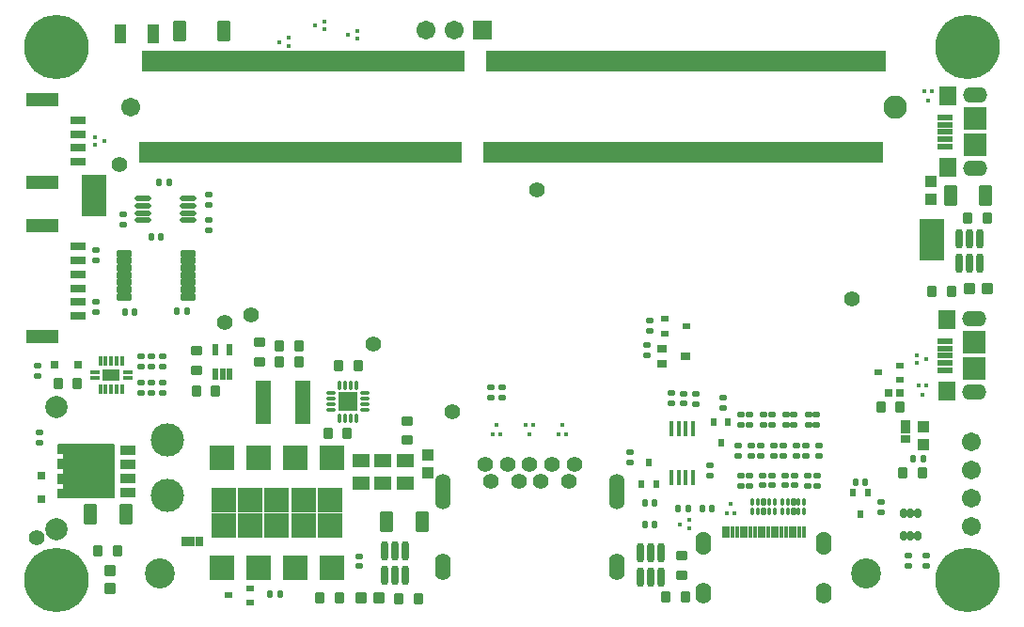
<source format=gts>
G04*
G04 #@! TF.GenerationSoftware,Altium Limited,Altium Designer,20.1.11 (218)*
G04*
G04 Layer_Color=8388736*
%FSLAX44Y44*%
%MOMM*%
G71*
G04*
G04 #@! TF.SameCoordinates,4E8BECB8-10D7-4487-B94D-AC5258AA6689*
G04*
G04*
G04 #@! TF.FilePolarity,Negative*
G04*
G01*
G75*
%ADD55R,0.4500X1.4500*%
%ADD63R,0.5032X1.9532*%
%ADD64R,2.2032X3.7032*%
%ADD65R,0.7500X0.9000*%
%ADD66R,1.1500X0.9000*%
%ADD67R,0.9000X1.1500*%
%ADD68R,0.9000X0.7500*%
%ADD69R,1.4532X0.8032*%
%ADD70R,2.9032X1.2032*%
G04:AMPARAMS|DCode=71|XSize=1.2032mm|YSize=1.9032mm|CornerRadius=0.1516mm|HoleSize=0mm|Usage=FLASHONLY|Rotation=0.000|XOffset=0mm|YOffset=0mm|HoleType=Round|Shape=RoundedRectangle|*
%AMROUNDEDRECTD71*
21,1,1.2032,1.6000,0,0,0.0*
21,1,0.9000,1.9032,0,0,0.0*
1,1,0.3032,0.4500,-0.8000*
1,1,0.3032,-0.4500,-0.8000*
1,1,0.3032,-0.4500,0.8000*
1,1,0.3032,0.4500,0.8000*
%
%ADD71ROUNDEDRECTD71*%
%ADD72R,1.4032X0.8532*%
%ADD73R,0.7932X0.6532*%
%ADD74R,0.5532X1.0532*%
G04:AMPARAMS|DCode=75|XSize=0.6032mm|YSize=1.4032mm|CornerRadius=0.1516mm|HoleSize=0mm|Usage=FLASHONLY|Rotation=270.000|XOffset=0mm|YOffset=0mm|HoleType=Round|Shape=RoundedRectangle|*
%AMROUNDEDRECTD75*
21,1,0.6032,1.1000,0,0,270.0*
21,1,0.3000,1.4032,0,0,270.0*
1,1,0.3032,-0.5500,-0.1500*
1,1,0.3032,-0.5500,0.1500*
1,1,0.3032,0.5500,0.1500*
1,1,0.3032,0.5500,-0.1500*
%
%ADD75ROUNDEDRECTD75*%
%ADD76O,0.4000X0.9000*%
%ADD77O,0.9000X0.4000*%
%ADD78R,1.6000X1.1000*%
G04:AMPARAMS|DCode=79|XSize=0.6032mm|YSize=0.8532mm|CornerRadius=0.1516mm|HoleSize=0mm|Usage=FLASHONLY|Rotation=0.000|XOffset=0mm|YOffset=0mm|HoleType=Round|Shape=RoundedRectangle|*
%AMROUNDEDRECTD79*
21,1,0.6032,0.5500,0,0,0.0*
21,1,0.3000,0.8532,0,0,0.0*
1,1,0.3032,0.1500,-0.2750*
1,1,0.3032,-0.1500,-0.2750*
1,1,0.3032,-0.1500,0.2750*
1,1,0.3032,0.1500,0.2750*
%
%ADD79ROUNDEDRECTD79*%
%ADD80R,0.3300X1.1000*%
%ADD81R,1.0032X1.1032*%
%ADD82R,1.0400X1.7400*%
G04:AMPARAMS|DCode=83|XSize=0.32mm|YSize=0.685mm|CornerRadius=0.11mm|HoleSize=0mm|Usage=FLASHONLY|Rotation=180.000|XOffset=0mm|YOffset=0mm|HoleType=Round|Shape=RoundedRectangle|*
%AMROUNDEDRECTD83*
21,1,0.3200,0.4650,0,0,180.0*
21,1,0.1000,0.6850,0,0,180.0*
1,1,0.2200,-0.0500,0.2325*
1,1,0.2200,0.0500,0.2325*
1,1,0.2200,0.0500,-0.2325*
1,1,0.2200,-0.0500,-0.2325*
%
%ADD83ROUNDEDRECTD83*%
G04:AMPARAMS|DCode=84|XSize=0.52mm|YSize=0.685mm|CornerRadius=0.11mm|HoleSize=0mm|Usage=FLASHONLY|Rotation=180.000|XOffset=0mm|YOffset=0mm|HoleType=Round|Shape=RoundedRectangle|*
%AMROUNDEDRECTD84*
21,1,0.5200,0.4650,0,0,180.0*
21,1,0.3000,0.6850,0,0,180.0*
1,1,0.2200,-0.1500,0.2325*
1,1,0.2200,0.1500,0.2325*
1,1,0.2200,0.1500,-0.2325*
1,1,0.2200,-0.1500,-0.2325*
%
%ADD84ROUNDEDRECTD84*%
%ADD85R,1.5032X1.2032*%
G04:AMPARAMS|DCode=86|XSize=0.64mm|YSize=0.54mm|CornerRadius=0.09mm|HoleSize=0mm|Usage=FLASHONLY|Rotation=270.000|XOffset=0mm|YOffset=0mm|HoleType=Round|Shape=RoundedRectangle|*
%AMROUNDEDRECTD86*
21,1,0.6400,0.3600,0,0,270.0*
21,1,0.4600,0.5400,0,0,270.0*
1,1,0.1800,-0.1800,-0.2300*
1,1,0.1800,-0.1800,0.2300*
1,1,0.1800,0.1800,0.2300*
1,1,0.1800,0.1800,-0.2300*
%
%ADD86ROUNDEDRECTD86*%
G04:AMPARAMS|DCode=87|XSize=0.64mm|YSize=0.54mm|CornerRadius=0.09mm|HoleSize=0mm|Usage=FLASHONLY|Rotation=0.000|XOffset=0mm|YOffset=0mm|HoleType=Round|Shape=RoundedRectangle|*
%AMROUNDEDRECTD87*
21,1,0.6400,0.3600,0,0,0.0*
21,1,0.4600,0.5400,0,0,0.0*
1,1,0.1800,0.2300,-0.1800*
1,1,0.1800,-0.2300,-0.1800*
1,1,0.1800,-0.2300,0.1800*
1,1,0.1800,0.2300,0.1800*
%
%ADD87ROUNDEDRECTD87*%
%ADD88R,2.2032X2.2032*%
%ADD89R,0.7032X0.6032*%
%ADD90R,0.6032X0.7032*%
%ADD91R,1.6032X1.8032*%
%ADD92R,2.1032X2.1032*%
%ADD93R,1.4500X0.5000*%
%ADD94R,0.9032X0.7032*%
%ADD95R,1.4500X3.9500*%
G04:AMPARAMS|DCode=96|XSize=0.96mm|YSize=0.86mm|CornerRadius=0.115mm|HoleSize=0mm|Usage=FLASHONLY|Rotation=0.000|XOffset=0mm|YOffset=0mm|HoleType=Round|Shape=RoundedRectangle|*
%AMROUNDEDRECTD96*
21,1,0.9600,0.6300,0,0,0.0*
21,1,0.7300,0.8600,0,0,0.0*
1,1,0.2300,0.3650,-0.3150*
1,1,0.2300,-0.3650,-0.3150*
1,1,0.2300,-0.3650,0.3150*
1,1,0.2300,0.3650,0.3150*
%
%ADD96ROUNDEDRECTD96*%
G04:AMPARAMS|DCode=97|XSize=0.96mm|YSize=0.86mm|CornerRadius=0.115mm|HoleSize=0mm|Usage=FLASHONLY|Rotation=90.000|XOffset=0mm|YOffset=0mm|HoleType=Round|Shape=RoundedRectangle|*
%AMROUNDEDRECTD97*
21,1,0.9600,0.6300,0,0,90.0*
21,1,0.7300,0.8600,0,0,90.0*
1,1,0.2300,0.3150,0.3650*
1,1,0.2300,0.3150,-0.3650*
1,1,0.2300,-0.3150,-0.3650*
1,1,0.2300,-0.3150,0.3650*
%
%ADD97ROUNDEDRECTD97*%
%ADD98O,0.7032X1.8032*%
G04:AMPARAMS|DCode=99|XSize=0.4mm|YSize=0.4mm|CornerRadius=0.08mm|HoleSize=0mm|Usage=FLASHONLY|Rotation=180.000|XOffset=0mm|YOffset=0mm|HoleType=Round|Shape=RoundedRectangle|*
%AMROUNDEDRECTD99*
21,1,0.4000,0.2400,0,0,180.0*
21,1,0.2400,0.4000,0,0,180.0*
1,1,0.1600,-0.1200,0.1200*
1,1,0.1600,0.1200,0.1200*
1,1,0.1600,0.1200,-0.1200*
1,1,0.1600,-0.1200,-0.1200*
%
%ADD99ROUNDEDRECTD99*%
G04:AMPARAMS|DCode=100|XSize=0.4mm|YSize=0.4mm|CornerRadius=0.08mm|HoleSize=0mm|Usage=FLASHONLY|Rotation=270.000|XOffset=0mm|YOffset=0mm|HoleType=Round|Shape=RoundedRectangle|*
%AMROUNDEDRECTD100*
21,1,0.4000,0.2400,0,0,270.0*
21,1,0.2400,0.4000,0,0,270.0*
1,1,0.1600,-0.1200,-0.1200*
1,1,0.1600,-0.1200,0.1200*
1,1,0.1600,0.1200,0.1200*
1,1,0.1600,0.1200,-0.1200*
%
%ADD100ROUNDEDRECTD100*%
G04:AMPARAMS|DCode=101|XSize=0.62mm|YSize=0.52mm|CornerRadius=0.08mm|HoleSize=0mm|Usage=FLASHONLY|Rotation=0.000|XOffset=0mm|YOffset=0mm|HoleType=Round|Shape=RoundedRectangle|*
%AMROUNDEDRECTD101*
21,1,0.6200,0.3600,0,0,0.0*
21,1,0.4600,0.5200,0,0,0.0*
1,1,0.1600,0.2300,-0.1800*
1,1,0.1600,-0.2300,-0.1800*
1,1,0.1600,-0.2300,0.1800*
1,1,0.1600,0.2300,0.1800*
%
%ADD101ROUNDEDRECTD101*%
%ADD102O,0.3600X0.8600*%
%ADD103O,0.8600X0.3600*%
G04:AMPARAMS|DCode=104|XSize=1.76mm|YSize=1.76mm|CornerRadius=0.115mm|HoleSize=0mm|Usage=FLASHONLY|Rotation=270.000|XOffset=0mm|YOffset=0mm|HoleType=Round|Shape=RoundedRectangle|*
%AMROUNDEDRECTD104*
21,1,1.7600,1.5300,0,0,270.0*
21,1,1.5300,1.7600,0,0,270.0*
1,1,0.2300,-0.7650,-0.7650*
1,1,0.2300,-0.7650,0.7650*
1,1,0.2300,0.7650,0.7650*
1,1,0.2300,0.7650,-0.7650*
%
%ADD104ROUNDEDRECTD104*%
G04:AMPARAMS|DCode=105|XSize=1.0032mm|YSize=0.9032mm|CornerRadius=0.1366mm|HoleSize=0mm|Usage=FLASHONLY|Rotation=270.000|XOffset=0mm|YOffset=0mm|HoleType=Round|Shape=RoundedRectangle|*
%AMROUNDEDRECTD105*
21,1,1.0032,0.6300,0,0,270.0*
21,1,0.7300,0.9032,0,0,270.0*
1,1,0.2732,-0.3150,-0.3650*
1,1,0.2732,-0.3150,0.3650*
1,1,0.2732,0.3150,0.3650*
1,1,0.2732,0.3150,-0.3650*
%
%ADD105ROUNDEDRECTD105*%
G04:AMPARAMS|DCode=106|XSize=1.0032mm|YSize=1.0032mm|CornerRadius=0.1416mm|HoleSize=0mm|Usage=FLASHONLY|Rotation=0.000|XOffset=0mm|YOffset=0mm|HoleType=Round|Shape=RoundedRectangle|*
%AMROUNDEDRECTD106*
21,1,1.0032,0.7200,0,0,0.0*
21,1,0.7200,1.0032,0,0,0.0*
1,1,0.2832,0.3600,-0.3600*
1,1,0.2832,-0.3600,-0.3600*
1,1,0.2832,-0.3600,0.3600*
1,1,0.2832,0.3600,0.3600*
%
%ADD106ROUNDEDRECTD106*%
G04:AMPARAMS|DCode=107|XSize=1.0032mm|YSize=1.0032mm|CornerRadius=0.1416mm|HoleSize=0mm|Usage=FLASHONLY|Rotation=90.000|XOffset=0mm|YOffset=0mm|HoleType=Round|Shape=RoundedRectangle|*
%AMROUNDEDRECTD107*
21,1,1.0032,0.7200,0,0,90.0*
21,1,0.7200,1.0032,0,0,90.0*
1,1,0.2832,0.3600,0.3600*
1,1,0.2832,0.3600,-0.3600*
1,1,0.2832,-0.3600,-0.3600*
1,1,0.2832,-0.3600,0.3600*
%
%ADD107ROUNDEDRECTD107*%
G04:AMPARAMS|DCode=108|XSize=1.0032mm|YSize=0.9032mm|CornerRadius=0.1366mm|HoleSize=0mm|Usage=FLASHONLY|Rotation=0.000|XOffset=0mm|YOffset=0mm|HoleType=Round|Shape=RoundedRectangle|*
%AMROUNDEDRECTD108*
21,1,1.0032,0.6300,0,0,0.0*
21,1,0.7300,0.9032,0,0,0.0*
1,1,0.2732,0.3650,-0.3150*
1,1,0.2732,-0.3650,-0.3150*
1,1,0.2732,-0.3650,0.3150*
1,1,0.2732,0.3650,0.3150*
%
%ADD108ROUNDEDRECTD108*%
%ADD109R,0.6532X0.8032*%
%ADD110O,1.5000X0.5500*%
%ADD111R,0.8032X0.7032*%
%ADD112C,2.1032*%
%ADD113C,1.7032*%
%ADD114O,1.4032X2.1032*%
%ADD115O,1.4032X1.9032*%
%ADD116R,1.7032X1.7032*%
%ADD117O,2.2032X1.4032*%
%ADD118C,1.4032*%
%ADD119C,3.0032*%
%ADD120C,2.0032*%
%ADD121O,1.4032X3.2032*%
%ADD122O,1.4032X2.4032*%
%ADD123C,2.7032*%
%ADD124C,5.8000*%
G36*
X81633Y152259D02*
X81764Y152233D01*
X81890Y152190D01*
X82009Y152131D01*
X82120Y152057D01*
X82220Y151969D01*
X82308Y151869D01*
X82382Y151758D01*
X82441Y151639D01*
X82484Y151513D01*
X82510Y151382D01*
X82518Y151250D01*
Y104249D01*
X82510Y104117D01*
X82484Y103986D01*
X82441Y103860D01*
X82382Y103740D01*
X82308Y103630D01*
X82220Y103530D01*
X82120Y103442D01*
X82009Y103368D01*
X81890Y103309D01*
X81764Y103266D01*
X81633Y103240D01*
X81500Y103231D01*
X31500D01*
X31367Y103240D01*
X31237Y103266D01*
X31110Y103309D01*
X30991Y103368D01*
X30880Y103442D01*
X30780Y103530D01*
X30692Y103630D01*
X30618Y103740D01*
X30559Y103860D01*
X30517Y103986D01*
X30491Y104117D01*
X30482Y104249D01*
Y111250D01*
X30491Y111382D01*
X30517Y111513D01*
X30559Y111639D01*
X30618Y111759D01*
X30692Y111869D01*
X30780Y111969D01*
X30880Y112057D01*
X30991Y112131D01*
X31110Y112190D01*
X31237Y112233D01*
X31367Y112259D01*
X31500Y112268D01*
X35482D01*
Y116581D01*
X31500D01*
X31367Y116590D01*
X31237Y116616D01*
X31110Y116659D01*
X30991Y116718D01*
X30880Y116792D01*
X30780Y116880D01*
X30692Y116980D01*
X30618Y117090D01*
X30559Y117210D01*
X30517Y117336D01*
X30491Y117467D01*
X30482Y117599D01*
Y124599D01*
X30491Y124732D01*
X30517Y124863D01*
X30559Y124989D01*
X30618Y125108D01*
X30692Y125219D01*
X30780Y125319D01*
X30880Y125407D01*
X30991Y125481D01*
X31110Y125540D01*
X31237Y125583D01*
X31367Y125609D01*
X31500Y125618D01*
X35482D01*
Y129881D01*
X31500D01*
X31367Y129890D01*
X31237Y129916D01*
X31110Y129959D01*
X30991Y130018D01*
X30880Y130092D01*
X30780Y130180D01*
X30692Y130280D01*
X30618Y130390D01*
X30559Y130510D01*
X30517Y130636D01*
X30491Y130767D01*
X30482Y130899D01*
Y137899D01*
X30491Y138032D01*
X30517Y138163D01*
X30559Y138289D01*
X30618Y138408D01*
X30692Y138519D01*
X30780Y138619D01*
X30880Y138707D01*
X30991Y138781D01*
X31110Y138840D01*
X31237Y138883D01*
X31367Y138909D01*
X31500Y138918D01*
X35482D01*
Y143231D01*
X31500D01*
X31367Y143240D01*
X31237Y143266D01*
X31110Y143309D01*
X30991Y143368D01*
X30880Y143442D01*
X30780Y143530D01*
X30692Y143630D01*
X30618Y143740D01*
X30559Y143860D01*
X30517Y143986D01*
X30491Y144117D01*
X30482Y144249D01*
Y151250D01*
X30491Y151382D01*
X30517Y151513D01*
X30559Y151639D01*
X30618Y151758D01*
X30692Y151869D01*
X30780Y151969D01*
X30880Y152057D01*
X30991Y152131D01*
X31110Y152190D01*
X31237Y152233D01*
X31367Y152259D01*
X31500Y152268D01*
X81500D01*
X81633Y152259D01*
D02*
G37*
D55*
X603000Y122000D02*
D03*
X596500D02*
D03*
X590000D02*
D03*
X583500D02*
D03*
Y166000D02*
D03*
X590000D02*
D03*
X596500D02*
D03*
X603000D02*
D03*
D63*
X611945Y414975D02*
D03*
X616945D02*
D03*
X626945D02*
D03*
X631945D02*
D03*
X641945D02*
D03*
X646945D02*
D03*
X656945D02*
D03*
X661945D02*
D03*
X671945D02*
D03*
X676945D02*
D03*
X716945D02*
D03*
X721945D02*
D03*
X701945D02*
D03*
X706945D02*
D03*
X686945D02*
D03*
X691945D02*
D03*
X731945D02*
D03*
X736945D02*
D03*
X761945D02*
D03*
X766945D02*
D03*
X719445Y496975D02*
D03*
X724445D02*
D03*
X704445D02*
D03*
X709445D02*
D03*
X689445D02*
D03*
X694445D02*
D03*
X291945Y414975D02*
D03*
X296945D02*
D03*
X336945D02*
D03*
X341945D02*
D03*
X499445Y496975D02*
D03*
X504445D02*
D03*
X734445D02*
D03*
X739445D02*
D03*
X349445D02*
D03*
X354445D02*
D03*
X614445D02*
D03*
X619445D02*
D03*
X674445D02*
D03*
X679445D02*
D03*
X109445D02*
D03*
X106945Y414975D02*
D03*
X114444Y496975D02*
D03*
X111945Y414975D02*
D03*
X119445Y496975D02*
D03*
X116945Y414975D02*
D03*
X124445Y496975D02*
D03*
X121945Y414975D02*
D03*
X129445Y496975D02*
D03*
X126945Y414975D02*
D03*
X134445Y496975D02*
D03*
X131945Y414975D02*
D03*
X139445Y496975D02*
D03*
X136945Y414975D02*
D03*
X144445Y496975D02*
D03*
X141945Y414975D02*
D03*
X149445Y496975D02*
D03*
X146945Y414975D02*
D03*
X154445Y496975D02*
D03*
X151945Y414975D02*
D03*
X159445Y496975D02*
D03*
X156945Y414975D02*
D03*
X164445Y496975D02*
D03*
X161945Y414975D02*
D03*
X169445Y496975D02*
D03*
X166945Y414975D02*
D03*
X174445Y496975D02*
D03*
X171945Y414975D02*
D03*
X179445Y496975D02*
D03*
X176945Y414975D02*
D03*
X184445Y496975D02*
D03*
X181945Y414975D02*
D03*
X189445Y496975D02*
D03*
X186945Y414975D02*
D03*
X194445Y496975D02*
D03*
X191945Y414975D02*
D03*
X199445Y496975D02*
D03*
X196945Y414975D02*
D03*
X204445Y496975D02*
D03*
X201945Y414975D02*
D03*
X209445Y496975D02*
D03*
X206945Y414975D02*
D03*
X214445Y496975D02*
D03*
X211945Y414975D02*
D03*
X219445Y496975D02*
D03*
X216945Y414975D02*
D03*
X224445Y496975D02*
D03*
X221945Y414975D02*
D03*
X229445Y496975D02*
D03*
X226945Y414975D02*
D03*
X234445Y496975D02*
D03*
X231945Y414975D02*
D03*
X239445Y496975D02*
D03*
X236945Y414975D02*
D03*
X244445Y496975D02*
D03*
X241945Y414975D02*
D03*
X249445Y496975D02*
D03*
X246945Y414975D02*
D03*
X254445Y496975D02*
D03*
X251945Y414975D02*
D03*
X259445Y496975D02*
D03*
X256945Y414975D02*
D03*
X264445Y496975D02*
D03*
X261945Y414975D02*
D03*
X269445Y496975D02*
D03*
X266945Y414975D02*
D03*
X274445Y496975D02*
D03*
X271945Y414975D02*
D03*
X279445Y496975D02*
D03*
X276945Y414975D02*
D03*
X284445Y496975D02*
D03*
X281945Y414975D02*
D03*
X289445Y496975D02*
D03*
X286945Y414975D02*
D03*
X294445Y496975D02*
D03*
X299445D02*
D03*
X304445D02*
D03*
X301945Y414975D02*
D03*
X309445Y496975D02*
D03*
X306945Y414975D02*
D03*
X314445Y496975D02*
D03*
X311945Y414975D02*
D03*
X319445Y496975D02*
D03*
X316945Y414975D02*
D03*
X324445Y496975D02*
D03*
X321945Y414975D02*
D03*
X329445Y496975D02*
D03*
X326945Y414975D02*
D03*
X364445Y496975D02*
D03*
X359445D02*
D03*
X344445D02*
D03*
X339445D02*
D03*
X334445D02*
D03*
X394445D02*
D03*
X389445D02*
D03*
X384445D02*
D03*
X379445D02*
D03*
X374445D02*
D03*
X369445D02*
D03*
X361945Y414975D02*
D03*
X356945D02*
D03*
X351945D02*
D03*
X346945D02*
D03*
X331945D02*
D03*
X391945D02*
D03*
X386945D02*
D03*
X381945D02*
D03*
X376945D02*
D03*
X371945D02*
D03*
X366945D02*
D03*
X681945D02*
D03*
X696945D02*
D03*
X651945D02*
D03*
X666945D02*
D03*
X684445Y496975D02*
D03*
X699445D02*
D03*
X644445D02*
D03*
X649445D02*
D03*
X654445D02*
D03*
X659445D02*
D03*
X664445D02*
D03*
X669445D02*
D03*
X636945Y414975D02*
D03*
X639445Y496975D02*
D03*
X634445D02*
D03*
X629445D02*
D03*
X621945Y414975D02*
D03*
X624445Y496975D02*
D03*
X606945Y414975D02*
D03*
X609445Y496975D02*
D03*
X601945Y414975D02*
D03*
X604445Y496975D02*
D03*
X596945Y414975D02*
D03*
X599444Y496975D02*
D03*
X591945Y414975D02*
D03*
X594445Y496975D02*
D03*
X586945Y414975D02*
D03*
X589445Y496975D02*
D03*
X581945Y414975D02*
D03*
X584445Y496975D02*
D03*
X576945Y414975D02*
D03*
X579445Y496975D02*
D03*
X571945Y414975D02*
D03*
X574445Y496975D02*
D03*
X566945Y414975D02*
D03*
X569445Y496975D02*
D03*
X561945Y414975D02*
D03*
X564445Y496975D02*
D03*
X556945Y414975D02*
D03*
X559445Y496975D02*
D03*
X551945Y414975D02*
D03*
X554445Y496975D02*
D03*
X546945Y414975D02*
D03*
X549445Y496975D02*
D03*
X541945Y414975D02*
D03*
X544445Y496975D02*
D03*
X536945Y414975D02*
D03*
X539445Y496975D02*
D03*
X531945Y414975D02*
D03*
X534445Y496975D02*
D03*
X526945Y414975D02*
D03*
X529445Y496975D02*
D03*
X521945Y414975D02*
D03*
X524445Y496975D02*
D03*
X516945Y414975D02*
D03*
X519445Y496975D02*
D03*
X511945Y414975D02*
D03*
X514445Y496975D02*
D03*
X506945Y414975D02*
D03*
X509445Y496975D02*
D03*
X501945Y414975D02*
D03*
X496945D02*
D03*
X491945D02*
D03*
X494445Y496975D02*
D03*
X486945Y414975D02*
D03*
X489445Y496975D02*
D03*
X481945Y414975D02*
D03*
X484445Y496975D02*
D03*
X476945Y414975D02*
D03*
X479445Y496975D02*
D03*
X471945Y414975D02*
D03*
X474445Y496975D02*
D03*
X466945Y414975D02*
D03*
X469445Y496975D02*
D03*
X461945Y414975D02*
D03*
X464445Y496975D02*
D03*
X456945Y414975D02*
D03*
X459445Y496975D02*
D03*
X451945Y414975D02*
D03*
X454445Y496975D02*
D03*
X446945Y414975D02*
D03*
X449445Y496975D02*
D03*
X441945Y414975D02*
D03*
X444445Y496975D02*
D03*
X436945Y414975D02*
D03*
X439445Y496975D02*
D03*
X431944Y414975D02*
D03*
X434444Y496975D02*
D03*
X426945Y414975D02*
D03*
X429445Y496975D02*
D03*
X421944Y414975D02*
D03*
X424444Y496975D02*
D03*
X416945Y414975D02*
D03*
X419444Y496975D02*
D03*
X714445D02*
D03*
X749445D02*
D03*
X744445D02*
D03*
X729445D02*
D03*
X711945Y414975D02*
D03*
X746945D02*
D03*
X741945D02*
D03*
X726945D02*
D03*
X751945D02*
D03*
X756945D02*
D03*
X771945D02*
D03*
X754445Y496975D02*
D03*
X759445D02*
D03*
X764445D02*
D03*
X769445D02*
D03*
X774445D02*
D03*
D64*
X818445Y335975D02*
D03*
X63444Y375975D02*
D03*
D65*
X158500Y65000D02*
D03*
D66*
X148000D02*
D03*
D67*
X794250Y167750D02*
D03*
D68*
Y157250D02*
D03*
D69*
X49500Y444000D02*
D03*
Y406500D02*
D03*
Y431500D02*
D03*
Y419000D02*
D03*
Y330249D02*
D03*
Y317749D02*
D03*
Y305249D02*
D03*
Y292749D02*
D03*
Y280249D02*
D03*
Y267749D02*
D03*
D70*
X17500Y462750D02*
D03*
Y387750D02*
D03*
Y348999D02*
D03*
Y248999D02*
D03*
D71*
X180750Y524250D02*
D03*
X140750D02*
D03*
X866750Y376250D02*
D03*
X834750D02*
D03*
X359000Y82000D02*
D03*
X327000D02*
D03*
X92250Y88750D02*
D03*
X60250D02*
D03*
D72*
X37810Y107683D02*
D03*
Y121145D02*
D03*
Y134354D02*
D03*
Y147816D02*
D03*
X94000Y146799D02*
D03*
Y134100D02*
D03*
Y121399D02*
D03*
Y108700D02*
D03*
D73*
X28450Y223500D02*
D03*
X49550D02*
D03*
D74*
X173000Y237000D02*
D03*
X186000D02*
D03*
Y215000D02*
D03*
X179500D02*
D03*
X173000D02*
D03*
D75*
X148000Y285000D02*
D03*
Y291500D02*
D03*
Y298000D02*
D03*
Y304500D02*
D03*
Y311000D02*
D03*
Y317500D02*
D03*
Y324000D02*
D03*
X91000Y285000D02*
D03*
Y291500D02*
D03*
Y298000D02*
D03*
Y304500D02*
D03*
Y311000D02*
D03*
Y317500D02*
D03*
Y324000D02*
D03*
D76*
X89250Y227000D02*
D03*
X84250D02*
D03*
X79250D02*
D03*
X74250D02*
D03*
X69250D02*
D03*
Y202000D02*
D03*
X74250D02*
D03*
X79250D02*
D03*
X84250D02*
D03*
X89250D02*
D03*
D77*
X64250Y217000D02*
D03*
Y212000D02*
D03*
X94250D02*
D03*
Y217000D02*
D03*
D78*
X79250Y214500D02*
D03*
D79*
X805500Y69750D02*
D03*
X799000D02*
D03*
X792500D02*
D03*
Y90250D02*
D03*
X799000D02*
D03*
X805500D02*
D03*
D80*
X694750Y73250D02*
D03*
X682750D02*
D03*
X670750D02*
D03*
X658750D02*
D03*
X654750D02*
D03*
X650750D02*
D03*
X646750D02*
D03*
X642750D02*
D03*
X638750D02*
D03*
X634750D02*
D03*
X630750D02*
D03*
X666750D02*
D03*
X662750D02*
D03*
X678750D02*
D03*
X674750D02*
D03*
X690750D02*
D03*
X686750D02*
D03*
X702750D02*
D03*
X698750D02*
D03*
D81*
X364000Y142500D02*
D03*
Y126500D02*
D03*
X817250Y372750D02*
D03*
Y388750D02*
D03*
X810250Y151750D02*
D03*
Y167750D02*
D03*
D82*
X87749Y522000D02*
D03*
X116749D02*
D03*
D83*
X676750Y91825D02*
D03*
X671750D02*
D03*
X661750D02*
D03*
X656750D02*
D03*
Y100170D02*
D03*
X661750D02*
D03*
X671750D02*
D03*
X676750D02*
D03*
X703250Y100170D02*
D03*
X698250D02*
D03*
X688250D02*
D03*
X683250D02*
D03*
Y91825D02*
D03*
X688250D02*
D03*
X698250D02*
D03*
X703250D02*
D03*
D84*
X666750Y91825D02*
D03*
Y100170D02*
D03*
X693250Y100170D02*
D03*
Y91825D02*
D03*
D85*
X304000Y117500D02*
D03*
Y137500D02*
D03*
X323750D02*
D03*
Y117500D02*
D03*
X343750D02*
D03*
Y137500D02*
D03*
D86*
X222250Y17500D02*
D03*
X231250D02*
D03*
X122444Y387750D02*
D03*
X131445D02*
D03*
X114944Y338750D02*
D03*
X123945D02*
D03*
X598500Y94000D02*
D03*
X589500D02*
D03*
X620250Y94250D02*
D03*
X611250D02*
D03*
X568500Y80250D02*
D03*
X559500D02*
D03*
X568500Y99250D02*
D03*
X559500D02*
D03*
X749250Y117750D02*
D03*
X758250D02*
D03*
X810250Y139000D02*
D03*
X801250D02*
D03*
X91250Y271500D02*
D03*
X100250D02*
D03*
X147250Y271750D02*
D03*
X138250D02*
D03*
D87*
X302750Y51250D02*
D03*
Y42250D02*
D03*
X14500Y162750D02*
D03*
Y153750D02*
D03*
X65750Y317647D02*
D03*
Y326646D02*
D03*
Y271249D02*
D03*
Y280249D02*
D03*
X115750Y198500D02*
D03*
Y207500D02*
D03*
X12750Y214000D02*
D03*
Y223000D02*
D03*
X115750Y222000D02*
D03*
Y231000D02*
D03*
X106000Y222000D02*
D03*
Y231000D02*
D03*
X125500Y222000D02*
D03*
Y231000D02*
D03*
X167000Y345000D02*
D03*
Y354000D02*
D03*
X630500Y184750D02*
D03*
Y193750D02*
D03*
X583500Y198250D02*
D03*
Y189250D02*
D03*
X594250Y188750D02*
D03*
Y197750D02*
D03*
X546000Y135750D02*
D03*
Y144750D02*
D03*
X564250Y254250D02*
D03*
Y263250D02*
D03*
X561750Y241250D02*
D03*
Y232250D02*
D03*
X797000Y52000D02*
D03*
Y43000D02*
D03*
X772500Y91000D02*
D03*
Y100000D02*
D03*
X812750Y52000D02*
D03*
Y43000D02*
D03*
X646000Y123750D02*
D03*
Y114750D02*
D03*
X654000D02*
D03*
Y123750D02*
D03*
X665750Y124000D02*
D03*
Y115000D02*
D03*
X673750D02*
D03*
Y124000D02*
D03*
X686250Y124000D02*
D03*
Y115000D02*
D03*
X694250D02*
D03*
Y124000D02*
D03*
X706500Y123750D02*
D03*
Y114750D02*
D03*
X714500D02*
D03*
Y123750D02*
D03*
X643750Y150750D02*
D03*
Y141750D02*
D03*
X655751D02*
D03*
Y150750D02*
D03*
X664000D02*
D03*
Y141750D02*
D03*
X676001D02*
D03*
Y150750D02*
D03*
X684250D02*
D03*
Y141750D02*
D03*
X696251D02*
D03*
Y150750D02*
D03*
X704500D02*
D03*
Y141750D02*
D03*
X716500D02*
D03*
Y150750D02*
D03*
X618250Y124000D02*
D03*
Y133000D02*
D03*
X605750Y197500D02*
D03*
Y188500D02*
D03*
X431000Y203250D02*
D03*
Y194250D02*
D03*
X421000D02*
D03*
Y203250D02*
D03*
X125500Y198500D02*
D03*
Y207500D02*
D03*
X167000Y377000D02*
D03*
Y368000D02*
D03*
X90000Y350000D02*
D03*
Y359000D02*
D03*
X106000Y207500D02*
D03*
Y198500D02*
D03*
D88*
X178750Y41250D02*
D03*
X211750D02*
D03*
X244750D02*
D03*
X277750D02*
D03*
Y140250D02*
D03*
X244750D02*
D03*
X211750D02*
D03*
X178750D02*
D03*
X180250Y79250D02*
D03*
X204250D02*
D03*
X228250D02*
D03*
X252250D02*
D03*
X276250D02*
D03*
Y102250D02*
D03*
X252250D02*
D03*
X228250D02*
D03*
X204250D02*
D03*
X180250D02*
D03*
D89*
X770250Y216750D02*
D03*
X789250Y223250D02*
D03*
Y210250D02*
D03*
X204000Y9500D02*
D03*
Y22500D02*
D03*
X185000Y16000D02*
D03*
X596750Y258500D02*
D03*
X577750Y252000D02*
D03*
Y265000D02*
D03*
D90*
X628250Y153500D02*
D03*
X621750Y172500D02*
D03*
X634750D02*
D03*
X556750Y116500D02*
D03*
X569750D02*
D03*
X563250Y135500D02*
D03*
X760250Y108250D02*
D03*
X747250D02*
D03*
X753750Y89250D02*
D03*
D91*
X832000Y264000D02*
D03*
Y200000D02*
D03*
X832500Y401500D02*
D03*
Y465500D02*
D03*
D92*
X856500Y244000D02*
D03*
Y220000D02*
D03*
X857000Y421500D02*
D03*
Y445500D02*
D03*
D93*
X829750Y245000D02*
D03*
Y238500D02*
D03*
Y231999D02*
D03*
Y225499D02*
D03*
Y219000D02*
D03*
X830250Y420500D02*
D03*
Y427000D02*
D03*
Y433500D02*
D03*
Y440000D02*
D03*
Y446501D02*
D03*
D94*
X596500Y231250D02*
D03*
X575500Y224750D02*
D03*
Y237750D02*
D03*
D95*
X252000Y190000D02*
D03*
X216000D02*
D03*
D96*
X346000Y173250D02*
D03*
Y155750D02*
D03*
X212750Y243750D02*
D03*
Y226250D02*
D03*
D97*
X789500Y186000D02*
D03*
X772000D02*
D03*
X267000Y13500D02*
D03*
X284500D02*
D03*
X338250Y13250D02*
D03*
X355750D02*
D03*
X67000Y55750D02*
D03*
X84500D02*
D03*
X818500Y289500D02*
D03*
X836000D02*
D03*
X850250Y356000D02*
D03*
X867750D02*
D03*
X596000Y14750D02*
D03*
X578500D02*
D03*
D98*
X344000Y55750D02*
D03*
X334500D02*
D03*
X325000D02*
D03*
X344000Y33750D02*
D03*
X334500D02*
D03*
X325000D02*
D03*
X861500Y337000D02*
D03*
X852000D02*
D03*
X842500D02*
D03*
X861500Y315000D02*
D03*
X852000D02*
D03*
X842500D02*
D03*
X574250Y54750D02*
D03*
X564750D02*
D03*
X555250D02*
D03*
X574250Y32750D02*
D03*
X564750D02*
D03*
X555250D02*
D03*
D99*
X459500Y169750D02*
D03*
X452500D02*
D03*
X456000Y161250D02*
D03*
X813250Y204750D02*
D03*
X806250D02*
D03*
X809750Y196250D02*
D03*
X485500Y169750D02*
D03*
X489000Y161250D02*
D03*
X482000D02*
D03*
X422500D02*
D03*
X429500D02*
D03*
X426000Y169750D02*
D03*
X637000Y98250D02*
D03*
X640500Y89750D02*
D03*
X633500D02*
D03*
X814500Y461750D02*
D03*
X811000Y470250D02*
D03*
X818000D02*
D03*
D100*
X812750Y228750D02*
D03*
X804250Y225250D02*
D03*
Y232250D02*
D03*
X599500Y76750D02*
D03*
Y83750D02*
D03*
X591000Y80250D02*
D03*
X301000Y517750D02*
D03*
Y524750D02*
D03*
X292500Y521250D02*
D03*
X263000Y529500D02*
D03*
X271500Y533000D02*
D03*
Y526000D02*
D03*
X239250Y511000D02*
D03*
Y518000D02*
D03*
X230750Y514500D02*
D03*
X73000Y425250D02*
D03*
X64500Y421750D02*
D03*
Y428750D02*
D03*
D101*
X646250Y169750D02*
D03*
Y178750D02*
D03*
X653500D02*
D03*
Y169750D02*
D03*
X666500D02*
D03*
Y178750D02*
D03*
X673750D02*
D03*
Y169750D02*
D03*
X686750D02*
D03*
Y178750D02*
D03*
X694000D02*
D03*
Y169750D02*
D03*
X707000Y169750D02*
D03*
Y178750D02*
D03*
X714250D02*
D03*
Y169750D02*
D03*
D102*
X284750Y175500D02*
D03*
X289750D02*
D03*
X294750D02*
D03*
X299750D02*
D03*
Y205500D02*
D03*
X294750D02*
D03*
X289750D02*
D03*
X284750D02*
D03*
D103*
X307250Y183000D02*
D03*
Y188000D02*
D03*
Y193000D02*
D03*
Y198000D02*
D03*
X277250D02*
D03*
Y193000D02*
D03*
Y188000D02*
D03*
Y183000D02*
D03*
D104*
X292250Y190500D02*
D03*
D105*
X792250Y126000D02*
D03*
X809750D02*
D03*
X248000Y226250D02*
D03*
X230500D02*
D03*
X248000Y240750D02*
D03*
X230500D02*
D03*
X48750Y207000D02*
D03*
X31250D02*
D03*
X301250Y223000D02*
D03*
X283750D02*
D03*
X155750Y199750D02*
D03*
X173250D02*
D03*
X291750Y162000D02*
D03*
X274250D02*
D03*
D106*
X851750Y292000D02*
D03*
X867750D02*
D03*
X320250Y13500D02*
D03*
X304250D02*
D03*
D107*
X78000Y22000D02*
D03*
Y38000D02*
D03*
D108*
X593000Y51750D02*
D03*
Y34250D02*
D03*
X156000Y236500D02*
D03*
Y219000D02*
D03*
D109*
X16250Y123750D02*
D03*
Y102750D02*
D03*
D110*
X148500Y353750D02*
D03*
Y360250D02*
D03*
Y366750D02*
D03*
Y373250D02*
D03*
X107500Y353750D02*
D03*
Y360250D02*
D03*
Y366750D02*
D03*
Y373250D02*
D03*
D111*
X779500Y198250D02*
D03*
X789500D02*
D03*
D112*
X784695Y455975D02*
D03*
D113*
X96694D02*
D03*
X853750Y154600D02*
D03*
Y129199D02*
D03*
Y103799D02*
D03*
Y78400D02*
D03*
X388289Y525180D02*
D03*
X362889D02*
D03*
D114*
X612500Y62750D02*
D03*
X721000D02*
D03*
D115*
X612500Y17750D02*
D03*
X721000D02*
D03*
D116*
X413689Y525180D02*
D03*
D117*
X856500Y265000D02*
D03*
Y199000D02*
D03*
X857000Y400500D02*
D03*
Y466500D02*
D03*
D118*
X181750Y261500D02*
D03*
X416000Y134000D02*
D03*
X436000D02*
D03*
X496000D02*
D03*
X476000D02*
D03*
X491000Y119000D02*
D03*
X456000Y134000D02*
D03*
X466000Y119000D02*
D03*
X446000D02*
D03*
X421000D02*
D03*
X86250Y404250D02*
D03*
X315000Y242250D02*
D03*
X745750Y282750D02*
D03*
X462500Y381250D02*
D03*
X386500Y181500D02*
D03*
X12000Y67750D02*
D03*
X204750Y269000D02*
D03*
D119*
X130000Y156000D02*
D03*
Y106000D02*
D03*
D120*
X30000Y76000D02*
D03*
Y186000D02*
D03*
D121*
X534500Y109700D02*
D03*
X377500D02*
D03*
D122*
X534500Y41700D02*
D03*
X377500D02*
D03*
D123*
X122695Y35975D02*
D03*
X758695D02*
D03*
D124*
X850000Y30000D02*
D03*
Y510000D02*
D03*
X30000D02*
D03*
Y30000D02*
D03*
M02*

</source>
